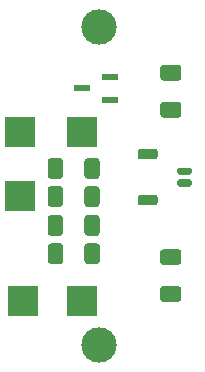
<source format=gbr>
%TF.GenerationSoftware,KiCad,Pcbnew,(5.1.8)-1*%
%TF.CreationDate,2021-08-27T22:01:00+02:00*%
%TF.ProjectId,powerpack_o,706f7765-7270-4616-936b-5f6f2e6b6963,rev?*%
%TF.SameCoordinates,Original*%
%TF.FileFunction,Soldermask,Top*%
%TF.FilePolarity,Negative*%
%FSLAX46Y46*%
G04 Gerber Fmt 4.6, Leading zero omitted, Abs format (unit mm)*
G04 Created by KiCad (PCBNEW (5.1.8)-1) date 2021-08-27 22:01:00*
%MOMM*%
%LPD*%
G01*
G04 APERTURE LIST*
%ADD10R,2.500000X2.500000*%
%ADD11C,3.000000*%
%ADD12R,1.380000X0.600000*%
G04 APERTURE END LIST*
%TO.C,R2*%
G36*
G01*
X173680000Y-36915001D02*
X173680000Y-35664999D01*
G75*
G02*
X173929999Y-35415000I249999J0D01*
G01*
X174730001Y-35415000D01*
G75*
G02*
X174980000Y-35664999I0J-249999D01*
G01*
X174980000Y-36915001D01*
G75*
G02*
X174730001Y-37165000I-249999J0D01*
G01*
X173929999Y-37165000D01*
G75*
G02*
X173680000Y-36915001I0J249999D01*
G01*
G37*
G36*
G01*
X170580000Y-36915001D02*
X170580000Y-35664999D01*
G75*
G02*
X170829999Y-35415000I249999J0D01*
G01*
X171630001Y-35415000D01*
G75*
G02*
X171880000Y-35664999I0J-249999D01*
G01*
X171880000Y-36915001D01*
G75*
G02*
X171630001Y-37165000I-249999J0D01*
G01*
X170829999Y-37165000D01*
G75*
G02*
X170580000Y-36915001I0J249999D01*
G01*
G37*
%TD*%
%TO.C,R1*%
G36*
G01*
X173680000Y-34540002D02*
X173680000Y-33290000D01*
G75*
G02*
X173929999Y-33040001I249999J0D01*
G01*
X174730001Y-33040001D01*
G75*
G02*
X174980000Y-33290000I0J-249999D01*
G01*
X174980000Y-34540002D01*
G75*
G02*
X174730001Y-34790001I-249999J0D01*
G01*
X173929999Y-34790001D01*
G75*
G02*
X173680000Y-34540002I0J249999D01*
G01*
G37*
G36*
G01*
X170580000Y-34540002D02*
X170580000Y-33290000D01*
G75*
G02*
X170829999Y-33040001I249999J0D01*
G01*
X171630001Y-33040001D01*
G75*
G02*
X171880000Y-33290000I0J-249999D01*
G01*
X171880000Y-34540002D01*
G75*
G02*
X171630001Y-34790001I-249999J0D01*
G01*
X170829999Y-34790001D01*
G75*
G02*
X170580000Y-34540002I0J249999D01*
G01*
G37*
%TD*%
D10*
%TO.C,J4*%
X168200000Y-36240000D03*
%TD*%
D11*
%TO.C,J2.1*%
X174942500Y-21907500D03*
%TD*%
D12*
%TO.C,U1*%
X173510800Y-27127200D03*
X175840800Y-26177200D03*
X175840800Y-28077200D03*
%TD*%
%TO.C,C1*%
G36*
G01*
X180349997Y-43876800D02*
X181650003Y-43876800D01*
G75*
G02*
X181900000Y-44126797I0J-249997D01*
G01*
X181900000Y-44951803D01*
G75*
G02*
X181650003Y-45201800I-249997J0D01*
G01*
X180349997Y-45201800D01*
G75*
G02*
X180100000Y-44951803I0J249997D01*
G01*
X180100000Y-44126797D01*
G75*
G02*
X180349997Y-43876800I249997J0D01*
G01*
G37*
G36*
G01*
X180349997Y-40751800D02*
X181650003Y-40751800D01*
G75*
G02*
X181900000Y-41001797I0J-249997D01*
G01*
X181900000Y-41826803D01*
G75*
G02*
X181650003Y-42076800I-249997J0D01*
G01*
X180349997Y-42076800D01*
G75*
G02*
X180100000Y-41826803I0J249997D01*
G01*
X180100000Y-41001797D01*
G75*
G02*
X180349997Y-40751800I249997J0D01*
G01*
G37*
%TD*%
%TO.C,C2*%
G36*
G01*
X180349997Y-25156200D02*
X181650003Y-25156200D01*
G75*
G02*
X181900000Y-25406197I0J-249997D01*
G01*
X181900000Y-26231203D01*
G75*
G02*
X181650003Y-26481200I-249997J0D01*
G01*
X180349997Y-26481200D01*
G75*
G02*
X180100000Y-26231203I0J249997D01*
G01*
X180100000Y-25406197D01*
G75*
G02*
X180349997Y-25156200I249997J0D01*
G01*
G37*
G36*
G01*
X180349997Y-28281200D02*
X181650003Y-28281200D01*
G75*
G02*
X181900000Y-28531197I0J-249997D01*
G01*
X181900000Y-29356203D01*
G75*
G02*
X181650003Y-29606200I-249997J0D01*
G01*
X180349997Y-29606200D01*
G75*
G02*
X180100000Y-29356203I0J249997D01*
G01*
X180100000Y-28531197D01*
G75*
G02*
X180349997Y-28281200I249997J0D01*
G01*
G37*
%TD*%
%TO.C,J1*%
G36*
G01*
X181692400Y-33845600D02*
X182642400Y-33845600D01*
G75*
G02*
X182792400Y-33995600I0J-150000D01*
G01*
X182792400Y-34295600D01*
G75*
G02*
X182642400Y-34445600I-150000J0D01*
G01*
X181692400Y-34445600D01*
G75*
G02*
X181542400Y-34295600I0J150000D01*
G01*
X181542400Y-33995600D01*
G75*
G02*
X181692400Y-33845600I150000J0D01*
G01*
G37*
G36*
G01*
X181692400Y-34845600D02*
X182642400Y-34845600D01*
G75*
G02*
X182792400Y-34995600I0J-150000D01*
G01*
X182792400Y-35295600D01*
G75*
G02*
X182642400Y-35445600I-150000J0D01*
G01*
X181692400Y-35445600D01*
G75*
G02*
X181542400Y-35295600I0J150000D01*
G01*
X181542400Y-34995600D01*
G75*
G02*
X181692400Y-34845600I150000J0D01*
G01*
G37*
G36*
G01*
X178417400Y-32245600D02*
X179667400Y-32245600D01*
G75*
G02*
X179892400Y-32470600I0J-225000D01*
G01*
X179892400Y-32920600D01*
G75*
G02*
X179667400Y-33145600I-225000J0D01*
G01*
X178417400Y-33145600D01*
G75*
G02*
X178192400Y-32920600I0J225000D01*
G01*
X178192400Y-32470600D01*
G75*
G02*
X178417400Y-32245600I225000J0D01*
G01*
G37*
G36*
G01*
X178417400Y-36145600D02*
X179667400Y-36145600D01*
G75*
G02*
X179892400Y-36370600I0J-225000D01*
G01*
X179892400Y-36820600D01*
G75*
G02*
X179667400Y-37045600I-225000J0D01*
G01*
X178417400Y-37045600D01*
G75*
G02*
X178192400Y-36820600I0J225000D01*
G01*
X178192400Y-36370600D01*
G75*
G02*
X178417400Y-36145600I225000J0D01*
G01*
G37*
%TD*%
D10*
%TO.C,J3.2*%
X173480000Y-30850000D03*
%TD*%
%TO.C,J3.1*%
X168260000Y-30840000D03*
%TD*%
D11*
%TO.C,J2.2*%
X174942500Y-48895000D03*
%TD*%
D10*
%TO.C,J5.1*%
X168510000Y-45100000D03*
%TD*%
%TO.C,R3*%
G36*
G01*
X170580000Y-39365001D02*
X170580000Y-38114999D01*
G75*
G02*
X170829999Y-37865000I249999J0D01*
G01*
X171630001Y-37865000D01*
G75*
G02*
X171880000Y-38114999I0J-249999D01*
G01*
X171880000Y-39365001D01*
G75*
G02*
X171630001Y-39615000I-249999J0D01*
G01*
X170829999Y-39615000D01*
G75*
G02*
X170580000Y-39365001I0J249999D01*
G01*
G37*
G36*
G01*
X173680000Y-39365001D02*
X173680000Y-38114999D01*
G75*
G02*
X173929999Y-37865000I249999J0D01*
G01*
X174730001Y-37865000D01*
G75*
G02*
X174980000Y-38114999I0J-249999D01*
G01*
X174980000Y-39365001D01*
G75*
G02*
X174730001Y-39615000I-249999J0D01*
G01*
X173929999Y-39615000D01*
G75*
G02*
X173680000Y-39365001I0J249999D01*
G01*
G37*
%TD*%
%TO.C,J5.2*%
X173480000Y-45100000D03*
%TD*%
%TO.C,R4*%
G36*
G01*
X170590000Y-41755000D02*
X170590000Y-40505000D01*
G75*
G02*
X170840000Y-40255000I250000J0D01*
G01*
X171640000Y-40255000D01*
G75*
G02*
X171890000Y-40505000I0J-250000D01*
G01*
X171890000Y-41755000D01*
G75*
G02*
X171640000Y-42005000I-250000J0D01*
G01*
X170840000Y-42005000D01*
G75*
G02*
X170590000Y-41755000I0J250000D01*
G01*
G37*
G36*
G01*
X173690000Y-41755000D02*
X173690000Y-40505000D01*
G75*
G02*
X173940000Y-40255000I250000J0D01*
G01*
X174740000Y-40255000D01*
G75*
G02*
X174990000Y-40505000I0J-250000D01*
G01*
X174990000Y-41755000D01*
G75*
G02*
X174740000Y-42005000I-250000J0D01*
G01*
X173940000Y-42005000D01*
G75*
G02*
X173690000Y-41755000I0J250000D01*
G01*
G37*
%TD*%
M02*

</source>
